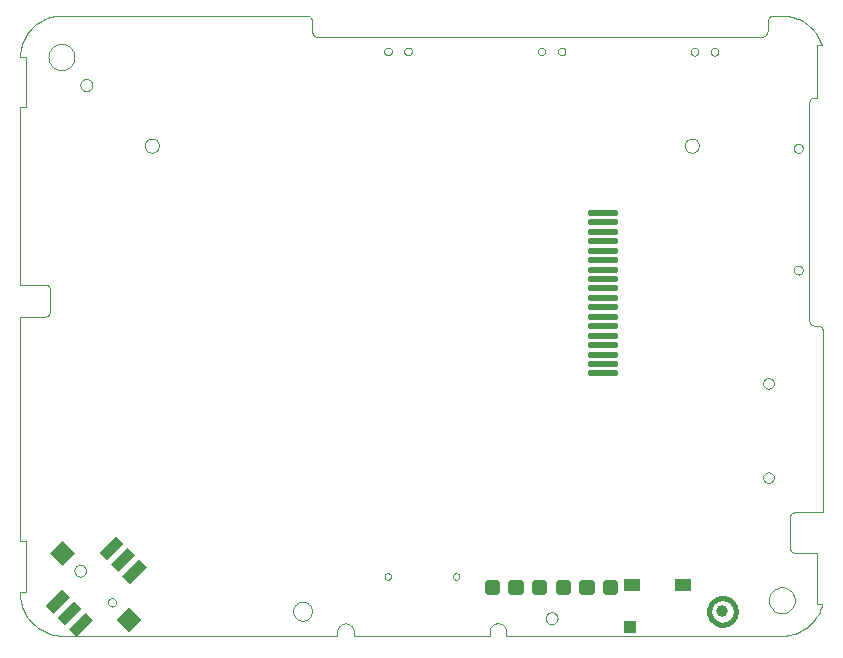
<source format=gbp>
G75*
G70*
%OFA0B0*%
%FSLAX24Y24*%
%IPPOS*%
%LPD*%
%AMOC8*
5,1,8,0,0,1.08239X$1,22.5*
%
%ADD10C,0.0000*%
%ADD11C,0.0000*%
%ADD12C,0.0250*%
%ADD13C,0.0098*%
%ADD14C,0.0394*%
%ADD15C,0.0177*%
%ADD16R,0.0433X0.0394*%
%ADD17R,0.0551X0.0394*%
%ADD18R,0.0787X0.0354*%
%ADD19R,0.0591X0.0591*%
D10*
X002032Y001497D02*
X002032Y001497D01*
X002032Y001497D01*
X002032Y001497D01*
X002032Y001497D01*
X002032Y001497D01*
X002032Y001497D01*
X002032Y001497D01*
X002032Y001497D01*
X002032Y001497D01*
X002032Y001497D01*
X011226Y001497D01*
X011226Y001497D01*
X011226Y001497D01*
X011226Y001497D01*
X011226Y001497D01*
X011226Y001497D01*
X011226Y001497D01*
X011226Y001497D01*
X011226Y001497D01*
X011226Y001497D01*
X011226Y001497D01*
X011226Y001635D01*
X011226Y001635D01*
X011226Y001635D01*
X011226Y001635D01*
X011226Y001635D01*
X011226Y001635D01*
X011226Y001635D01*
X011226Y001635D01*
X011226Y001635D01*
X011226Y001635D01*
X011226Y001635D01*
X011228Y001667D01*
X011233Y001698D01*
X011243Y001729D01*
X011255Y001758D01*
X011271Y001786D01*
X011290Y001812D01*
X011312Y001835D01*
X011337Y001856D01*
X011364Y001873D01*
X011392Y001888D01*
X011422Y001898D01*
X011453Y001906D01*
X011485Y001910D01*
X011517Y001910D01*
X011549Y001906D01*
X011580Y001898D01*
X011610Y001888D01*
X011639Y001873D01*
X011665Y001856D01*
X011690Y001835D01*
X011712Y001812D01*
X011731Y001786D01*
X011747Y001758D01*
X011759Y001729D01*
X011769Y001698D01*
X011774Y001667D01*
X011776Y001635D01*
X011776Y001635D01*
X011776Y001635D01*
X011776Y001635D01*
X011776Y001635D01*
X011776Y001635D01*
X011776Y001635D01*
X011776Y001635D01*
X011776Y001635D01*
X011776Y001635D01*
X011776Y001635D01*
X011776Y001497D01*
X011776Y001497D01*
X011776Y001497D01*
X011776Y001497D01*
X011776Y001497D01*
X011776Y001497D01*
X011776Y001497D01*
X011776Y001497D01*
X011776Y001497D01*
X011776Y001497D01*
X011776Y001497D01*
X016304Y001497D01*
X016304Y001497D01*
X016304Y001497D01*
X016304Y001497D01*
X016304Y001497D01*
X016304Y001497D01*
X016304Y001497D01*
X016304Y001497D01*
X016304Y001497D01*
X016304Y001497D01*
X016304Y001497D01*
X016304Y001635D01*
X016304Y001635D01*
X016304Y001635D01*
X016304Y001635D01*
X016304Y001635D01*
X016304Y001635D01*
X016304Y001635D01*
X016304Y001635D01*
X016304Y001635D01*
X016304Y001635D01*
X016304Y001635D01*
X016306Y001667D01*
X016311Y001699D01*
X016321Y001729D01*
X016333Y001759D01*
X016349Y001787D01*
X016369Y001812D01*
X016391Y001836D01*
X016415Y001856D01*
X016442Y001874D01*
X016471Y001888D01*
X016501Y001899D01*
X016532Y001907D01*
X016564Y001911D01*
X016596Y001911D01*
X016628Y001907D01*
X016659Y001899D01*
X016689Y001888D01*
X016718Y001874D01*
X016745Y001856D01*
X016769Y001836D01*
X016791Y001812D01*
X016811Y001787D01*
X016827Y001759D01*
X016839Y001729D01*
X016849Y001699D01*
X016854Y001667D01*
X016856Y001635D01*
X016856Y001497D01*
X016856Y001497D01*
X016856Y001497D01*
X016856Y001497D01*
X016856Y001497D01*
X016856Y001497D01*
X026048Y001497D01*
X026048Y001497D01*
X026048Y001497D01*
X026048Y001497D01*
X026048Y001497D01*
X026048Y001497D01*
X026048Y001497D01*
X026048Y001497D01*
X026048Y001497D01*
X026048Y001497D01*
X026048Y001497D01*
X025615Y002678D02*
X025617Y002719D01*
X025623Y002760D01*
X025633Y002800D01*
X025646Y002839D01*
X025663Y002876D01*
X025684Y002912D01*
X025708Y002946D01*
X025735Y002977D01*
X025764Y003005D01*
X025797Y003031D01*
X025831Y003053D01*
X025868Y003072D01*
X025906Y003087D01*
X025946Y003099D01*
X025986Y003107D01*
X026027Y003111D01*
X026069Y003111D01*
X026110Y003107D01*
X026150Y003099D01*
X026190Y003087D01*
X026228Y003072D01*
X026264Y003053D01*
X026299Y003031D01*
X026332Y003005D01*
X026361Y002977D01*
X026388Y002946D01*
X026412Y002912D01*
X026433Y002876D01*
X026450Y002839D01*
X026463Y002800D01*
X026473Y002760D01*
X026479Y002719D01*
X026481Y002678D01*
X026479Y002637D01*
X026473Y002596D01*
X026463Y002556D01*
X026450Y002517D01*
X026433Y002480D01*
X026412Y002444D01*
X026388Y002410D01*
X026361Y002379D01*
X026332Y002351D01*
X026299Y002325D01*
X026265Y002303D01*
X026228Y002284D01*
X026190Y002269D01*
X026150Y002257D01*
X026110Y002249D01*
X026069Y002245D01*
X026027Y002245D01*
X025986Y002249D01*
X025946Y002257D01*
X025906Y002269D01*
X025868Y002284D01*
X025832Y002303D01*
X025797Y002325D01*
X025764Y002351D01*
X025735Y002379D01*
X025708Y002410D01*
X025684Y002444D01*
X025663Y002480D01*
X025646Y002517D01*
X025633Y002556D01*
X025623Y002596D01*
X025617Y002637D01*
X025615Y002678D01*
X026048Y001497D02*
X026119Y001499D01*
X026191Y001504D01*
X026262Y001514D01*
X026332Y001527D01*
X026402Y001543D01*
X026470Y001563D01*
X026538Y001587D01*
X026604Y001614D01*
X026668Y001645D01*
X026731Y001678D01*
X026792Y001715D01*
X026852Y001756D01*
X026909Y001799D01*
X026963Y001845D01*
X027015Y001894D01*
X027065Y001945D01*
X027112Y001999D01*
X027156Y002056D01*
X027197Y002114D01*
X027235Y002175D01*
X027269Y002237D01*
X027301Y002301D01*
X027329Y002367D01*
X027354Y002434D01*
X027375Y002503D01*
X027392Y002572D01*
X027229Y002572D01*
X027229Y004268D01*
X026460Y004268D01*
X026460Y004268D01*
X026460Y004268D01*
X026460Y004268D01*
X026460Y004268D01*
X026460Y004268D01*
X026460Y004268D01*
X026460Y004268D01*
X026460Y004268D01*
X026460Y004268D01*
X026460Y004268D01*
X026438Y004270D01*
X026417Y004275D01*
X026397Y004283D01*
X026379Y004294D01*
X026362Y004308D01*
X026348Y004325D01*
X026337Y004343D01*
X026329Y004363D01*
X026324Y004384D01*
X026322Y004406D01*
X026322Y005469D01*
X026322Y005469D01*
X026322Y005469D01*
X026322Y005469D01*
X026322Y005469D01*
X026322Y005469D01*
X026322Y005469D01*
X026322Y005469D01*
X026322Y005469D01*
X026322Y005469D01*
X026322Y005469D01*
X026324Y005491D01*
X026329Y005512D01*
X026337Y005532D01*
X026348Y005550D01*
X026362Y005567D01*
X026379Y005581D01*
X026397Y005592D01*
X026417Y005600D01*
X026438Y005605D01*
X026460Y005607D01*
X026460Y005607D01*
X026460Y005607D01*
X026460Y005607D01*
X026460Y005607D01*
X026460Y005607D01*
X026460Y005607D01*
X026460Y005607D01*
X026460Y005607D01*
X026460Y005607D01*
X026460Y005607D01*
X027426Y005607D01*
X027426Y005607D01*
X027426Y005607D01*
X027426Y005607D01*
X027426Y005607D01*
X027426Y005607D01*
X027426Y011640D01*
X027426Y011640D01*
X027426Y011640D01*
X027426Y011640D01*
X027426Y011640D01*
X027426Y011640D01*
X027426Y011640D01*
X027426Y011640D01*
X027426Y011640D01*
X027426Y011640D01*
X027426Y011640D01*
X027424Y011666D01*
X027419Y011691D01*
X027411Y011715D01*
X027400Y011739D01*
X027385Y011760D01*
X027368Y011779D01*
X027349Y011796D01*
X027328Y011811D01*
X027304Y011822D01*
X027280Y011830D01*
X027255Y011835D01*
X027229Y011837D01*
X027229Y011837D01*
X027229Y011837D01*
X027229Y011837D01*
X027229Y011837D01*
X027229Y011837D01*
X027229Y011837D01*
X027229Y011837D01*
X027229Y011837D01*
X027229Y011837D01*
X027229Y011837D01*
X027150Y011837D01*
X027150Y011837D01*
X027150Y011837D01*
X027150Y011837D01*
X027150Y011837D01*
X027150Y011837D01*
X027150Y011837D01*
X027150Y011837D01*
X027150Y011837D01*
X027150Y011837D01*
X027150Y011837D01*
X027124Y011839D01*
X027099Y011844D01*
X027075Y011852D01*
X027051Y011863D01*
X027030Y011878D01*
X027011Y011895D01*
X026994Y011914D01*
X026979Y011935D01*
X026968Y011959D01*
X026960Y011983D01*
X026955Y012008D01*
X026953Y012034D01*
X026953Y012034D01*
X026953Y012034D01*
X026953Y012034D01*
X026953Y012034D01*
X026953Y012034D01*
X026953Y012034D01*
X026953Y012034D01*
X026953Y012034D01*
X026953Y012034D01*
X026953Y012034D01*
X026953Y019239D01*
X026953Y019239D01*
X026953Y019239D01*
X026953Y019239D01*
X026953Y019239D01*
X026953Y019239D01*
X026953Y019239D01*
X026953Y019239D01*
X026953Y019239D01*
X026953Y019239D01*
X026953Y019239D01*
X026955Y019265D01*
X026960Y019290D01*
X026968Y019314D01*
X026979Y019338D01*
X026994Y019359D01*
X027011Y019378D01*
X027030Y019395D01*
X027051Y019410D01*
X027075Y019421D01*
X027099Y019429D01*
X027124Y019434D01*
X027150Y019436D01*
X027229Y019436D01*
X027229Y021182D01*
X027368Y021182D01*
X027369Y021183D02*
X027346Y021253D01*
X027319Y021321D01*
X027289Y021388D01*
X027255Y021454D01*
X027218Y021517D01*
X027177Y021578D01*
X027134Y021638D01*
X027087Y021694D01*
X027037Y021748D01*
X026985Y021800D01*
X026929Y021848D01*
X026872Y021894D01*
X026811Y021936D01*
X026749Y021975D01*
X026685Y022011D01*
X026619Y022043D01*
X026551Y022072D01*
X026482Y022097D01*
X026411Y022118D01*
X026340Y022136D01*
X026268Y022149D01*
X026195Y022159D01*
X026122Y022165D01*
X026048Y022167D01*
X025764Y022167D01*
X025764Y022167D01*
X025764Y022167D01*
X025764Y022167D01*
X025764Y022167D01*
X025764Y022167D01*
X025764Y022167D01*
X025764Y022167D01*
X025764Y022167D01*
X025764Y022167D01*
X025764Y022167D01*
X025738Y022165D01*
X025712Y022160D01*
X025688Y022152D01*
X025664Y022140D01*
X025643Y022125D01*
X025623Y022108D01*
X025606Y022088D01*
X025592Y022066D01*
X025581Y022042D01*
X025573Y022017D01*
X025568Y021991D01*
X025567Y021965D01*
X025567Y021965D01*
X025567Y021965D01*
X025567Y021965D01*
X025567Y021965D01*
X025567Y021965D01*
X025567Y021965D01*
X025567Y021965D01*
X025567Y021965D01*
X025567Y021965D01*
X025567Y021965D01*
X025567Y021663D01*
X025567Y021663D01*
X025567Y021663D01*
X025567Y021663D01*
X025567Y021663D01*
X025567Y021663D01*
X025567Y021663D01*
X025567Y021663D01*
X025567Y021663D01*
X025567Y021663D01*
X025567Y021663D01*
X025566Y021637D01*
X025561Y021611D01*
X025553Y021586D01*
X025542Y021562D01*
X025528Y021540D01*
X025511Y021520D01*
X025491Y021502D01*
X025470Y021487D01*
X025447Y021475D01*
X025422Y021466D01*
X025396Y021460D01*
X025370Y021458D01*
X010583Y021458D01*
X010583Y021458D01*
X010583Y021458D01*
X010583Y021458D01*
X010583Y021458D01*
X010583Y021458D01*
X010583Y021458D01*
X010583Y021458D01*
X010583Y021458D01*
X010583Y021458D01*
X010583Y021458D01*
X010557Y021460D01*
X010532Y021465D01*
X010508Y021473D01*
X010484Y021484D01*
X010463Y021499D01*
X010444Y021516D01*
X010427Y021535D01*
X010412Y021556D01*
X010401Y021580D01*
X010393Y021604D01*
X010388Y021629D01*
X010386Y021655D01*
X010387Y021655D02*
X010387Y021970D01*
X010387Y021970D01*
X010387Y021970D01*
X010387Y021970D01*
X010387Y021970D01*
X010387Y021970D01*
X010387Y021970D01*
X010387Y021970D01*
X010387Y021970D01*
X010387Y021970D01*
X010387Y021970D01*
X010385Y021996D01*
X010380Y022021D01*
X010372Y022045D01*
X010361Y022069D01*
X010346Y022090D01*
X010329Y022109D01*
X010310Y022126D01*
X010289Y022141D01*
X010265Y022152D01*
X010241Y022160D01*
X010216Y022165D01*
X010190Y022167D01*
X001926Y022167D01*
X001924Y022167D01*
X002032Y022167D02*
X002032Y022167D01*
X002032Y022167D01*
X002032Y022167D01*
X002032Y022167D01*
X002032Y022167D01*
X002032Y022167D01*
X002032Y022167D01*
X002032Y022167D01*
X002032Y022167D01*
X002032Y022167D01*
X001599Y020789D02*
X001601Y020830D01*
X001607Y020871D01*
X001617Y020911D01*
X001630Y020950D01*
X001647Y020987D01*
X001668Y021023D01*
X001692Y021057D01*
X001719Y021088D01*
X001748Y021116D01*
X001781Y021142D01*
X001815Y021164D01*
X001852Y021183D01*
X001890Y021198D01*
X001930Y021210D01*
X001970Y021218D01*
X002011Y021222D01*
X002053Y021222D01*
X002094Y021218D01*
X002134Y021210D01*
X002174Y021198D01*
X002212Y021183D01*
X002248Y021164D01*
X002283Y021142D01*
X002316Y021116D01*
X002345Y021088D01*
X002372Y021057D01*
X002396Y021023D01*
X002417Y020987D01*
X002434Y020950D01*
X002447Y020911D01*
X002457Y020871D01*
X002463Y020830D01*
X002465Y020789D01*
X002463Y020748D01*
X002457Y020707D01*
X002447Y020667D01*
X002434Y020628D01*
X002417Y020591D01*
X002396Y020555D01*
X002372Y020521D01*
X002345Y020490D01*
X002316Y020462D01*
X002283Y020436D01*
X002249Y020414D01*
X002212Y020395D01*
X002174Y020380D01*
X002134Y020368D01*
X002094Y020360D01*
X002053Y020356D01*
X002011Y020356D01*
X001970Y020360D01*
X001930Y020368D01*
X001890Y020380D01*
X001852Y020395D01*
X001816Y020414D01*
X001781Y020436D01*
X001748Y020462D01*
X001719Y020490D01*
X001692Y020521D01*
X001668Y020555D01*
X001647Y020591D01*
X001630Y020628D01*
X001617Y020667D01*
X001607Y020707D01*
X001601Y020748D01*
X001599Y020789D01*
X000654Y020789D02*
X000656Y020863D01*
X000662Y020936D01*
X000672Y021009D01*
X000686Y021081D01*
X000703Y021153D01*
X000725Y021223D01*
X000750Y021292D01*
X000778Y021360D01*
X000811Y021426D01*
X000846Y021490D01*
X000885Y021553D01*
X000928Y021613D01*
X000973Y021671D01*
X001022Y021726D01*
X001073Y021779D01*
X001127Y021829D01*
X001183Y021876D01*
X001242Y021920D01*
X001304Y021960D01*
X001367Y021998D01*
X001432Y022032D01*
X001499Y022062D01*
X001568Y022089D01*
X001638Y022112D01*
X001708Y022132D01*
X001780Y022147D01*
X001853Y022159D01*
X001926Y022167D01*
X000851Y020789D02*
X000654Y020789D01*
X000654Y020789D01*
X000851Y020789D02*
X000851Y020789D01*
X000851Y020789D01*
X000851Y020789D01*
X000851Y020789D01*
X000851Y020789D01*
X000851Y019107D01*
X000851Y019107D01*
X000851Y019107D01*
X000851Y019107D01*
X000851Y019107D01*
X000851Y019107D01*
X000654Y019107D01*
X000654Y013202D01*
X000654Y013202D01*
X000654Y013202D01*
X000654Y013202D01*
X000654Y013202D01*
X000654Y013202D01*
X001500Y013202D01*
X001500Y013202D01*
X001500Y013202D01*
X001500Y013202D01*
X001500Y013202D01*
X001500Y013202D01*
X001500Y013202D01*
X001500Y013202D01*
X001500Y013202D01*
X001500Y013202D01*
X001500Y013202D01*
X001522Y013200D01*
X001543Y013195D01*
X001563Y013187D01*
X001581Y013176D01*
X001598Y013162D01*
X001612Y013145D01*
X001623Y013127D01*
X001631Y013107D01*
X001636Y013086D01*
X001638Y013064D01*
X001638Y012277D01*
X001638Y012277D01*
X001638Y012277D01*
X001638Y012277D01*
X001638Y012277D01*
X001638Y012277D01*
X001638Y012277D01*
X001638Y012277D01*
X001638Y012277D01*
X001638Y012277D01*
X001638Y012277D01*
X001636Y012255D01*
X001631Y012234D01*
X001623Y012214D01*
X001612Y012196D01*
X001598Y012179D01*
X001581Y012165D01*
X001563Y012154D01*
X001543Y012146D01*
X001522Y012141D01*
X001500Y012139D01*
X000654Y012139D01*
X000654Y012139D01*
X000654Y012139D01*
X000654Y012139D01*
X000654Y012139D01*
X000654Y012139D01*
X000654Y004647D01*
X000851Y004647D01*
X000851Y002966D01*
X000654Y002966D01*
X000654Y002965D02*
X000653Y002891D01*
X000657Y002816D01*
X000665Y002742D01*
X000676Y002669D01*
X000691Y002596D01*
X000710Y002524D01*
X000733Y002453D01*
X000760Y002383D01*
X000790Y002315D01*
X000823Y002249D01*
X000860Y002184D01*
X000900Y002121D01*
X000944Y002061D01*
X000991Y002003D01*
X001040Y001947D01*
X001092Y001894D01*
X001148Y001844D01*
X001205Y001797D01*
X001265Y001752D01*
X001327Y001712D01*
X001392Y001674D01*
X001458Y001640D01*
X001526Y001609D01*
X001595Y001582D01*
X001666Y001558D01*
X001737Y001538D01*
X001810Y001522D01*
X001884Y001510D01*
X001958Y001501D01*
X002032Y001497D01*
X016856Y001497D02*
X016856Y001497D01*
X016856Y001497D01*
X016856Y001497D01*
X016856Y001497D01*
X016856Y001497D01*
X016856Y001635D02*
X016856Y001635D01*
X016856Y001635D01*
X016856Y001635D01*
X016856Y001635D01*
X016856Y001635D01*
X016856Y001635D01*
X016856Y001635D01*
X016856Y001635D01*
X016856Y001635D01*
X016856Y001635D01*
X018175Y002083D02*
X018177Y002110D01*
X018183Y002137D01*
X018192Y002163D01*
X018205Y002187D01*
X018221Y002210D01*
X018240Y002229D01*
X018262Y002246D01*
X018286Y002260D01*
X018311Y002270D01*
X018338Y002277D01*
X018365Y002280D01*
X018393Y002279D01*
X018420Y002274D01*
X018446Y002266D01*
X018470Y002254D01*
X018493Y002238D01*
X018514Y002220D01*
X018531Y002199D01*
X018546Y002175D01*
X018557Y002150D01*
X018565Y002124D01*
X018569Y002097D01*
X018569Y002069D01*
X018565Y002042D01*
X018557Y002016D01*
X018546Y001991D01*
X018531Y001967D01*
X018514Y001946D01*
X018493Y001928D01*
X018471Y001912D01*
X018446Y001900D01*
X018420Y001892D01*
X018393Y001887D01*
X018365Y001886D01*
X018338Y001889D01*
X018311Y001896D01*
X018286Y001906D01*
X018262Y001920D01*
X018240Y001937D01*
X018221Y001956D01*
X018205Y001979D01*
X018192Y002003D01*
X018183Y002029D01*
X018177Y002056D01*
X018175Y002083D01*
X026322Y004406D02*
X026322Y004406D01*
X026322Y004406D01*
X026322Y004406D01*
X026322Y004406D01*
X026322Y004406D01*
X026322Y004406D01*
X026322Y004406D01*
X026322Y004406D01*
X026322Y004406D01*
X026322Y004406D01*
X027426Y005607D02*
X027426Y005607D01*
X027426Y005607D01*
X027426Y005607D01*
X027426Y005607D01*
X027426Y005607D01*
X001500Y012139D02*
X001500Y012139D01*
X001500Y012139D01*
X001500Y012139D01*
X001500Y012139D01*
X001500Y012139D01*
X001500Y012139D01*
X001500Y012139D01*
X001500Y012139D01*
X001500Y012139D01*
X001500Y012139D01*
X000654Y012139D02*
X000654Y012139D01*
X000654Y012139D01*
X000654Y012139D01*
X000654Y012139D01*
X000654Y012139D01*
X000654Y013202D02*
X000654Y013202D01*
X000654Y013202D01*
X000654Y013202D01*
X000654Y013202D01*
X000654Y013202D01*
X001638Y013064D02*
X001638Y013064D01*
X001638Y013064D01*
X001638Y013064D01*
X001638Y013064D01*
X001638Y013064D01*
X001638Y013064D01*
X001638Y013064D01*
X001638Y013064D01*
X001638Y013064D01*
X001638Y013064D01*
X000851Y019107D02*
X000851Y019107D01*
X000851Y019107D01*
X000851Y019107D01*
X000851Y019107D01*
X000851Y019107D01*
X002663Y019853D02*
X002665Y019880D01*
X002671Y019907D01*
X002680Y019933D01*
X002693Y019957D01*
X002709Y019980D01*
X002728Y019999D01*
X002750Y020016D01*
X002774Y020030D01*
X002799Y020040D01*
X002826Y020047D01*
X002853Y020050D01*
X002881Y020049D01*
X002908Y020044D01*
X002934Y020036D01*
X002958Y020024D01*
X002981Y020008D01*
X003002Y019990D01*
X003019Y019969D01*
X003034Y019945D01*
X003045Y019920D01*
X003053Y019894D01*
X003057Y019867D01*
X003057Y019839D01*
X003053Y019812D01*
X003045Y019786D01*
X003034Y019761D01*
X003019Y019737D01*
X003002Y019716D01*
X002981Y019698D01*
X002959Y019682D01*
X002934Y019670D01*
X002908Y019662D01*
X002881Y019657D01*
X002853Y019656D01*
X002826Y019659D01*
X002799Y019666D01*
X002774Y019676D01*
X002750Y019690D01*
X002728Y019707D01*
X002709Y019726D01*
X002693Y019749D01*
X002680Y019773D01*
X002671Y019799D01*
X002665Y019826D01*
X002663Y019853D01*
X000851Y020789D02*
X000851Y020789D01*
X000851Y020789D01*
X000851Y020789D01*
X000851Y020789D01*
X000851Y020789D01*
X010190Y022167D02*
X010190Y022167D01*
X010190Y022167D01*
X010190Y022167D01*
X010190Y022167D01*
X010190Y022167D01*
X010190Y022167D01*
X010190Y022167D01*
X010190Y022167D01*
X010190Y022167D01*
X010190Y022167D01*
X010387Y021655D02*
X010387Y021655D01*
X010387Y021655D01*
X010387Y021655D01*
X010387Y021655D01*
X010387Y021655D01*
X010387Y021655D01*
X010387Y021655D01*
X010387Y021655D01*
X010387Y021655D01*
X010387Y021655D01*
X025370Y021458D02*
X025370Y021458D01*
X025370Y021458D01*
X025370Y021458D01*
X025370Y021458D01*
X025370Y021458D01*
X025370Y021458D01*
X025370Y021458D01*
X025370Y021458D01*
X025370Y021458D01*
X025370Y021458D01*
X026048Y022167D02*
X026048Y022167D01*
X026048Y022167D01*
X026048Y022167D01*
X026048Y022167D01*
X026048Y022167D01*
X026048Y022167D01*
X026048Y022167D01*
X026048Y022167D01*
X026048Y022167D01*
X026048Y022167D01*
X027150Y019436D02*
X027150Y019436D01*
X027150Y019436D01*
X027150Y019436D01*
X027150Y019436D01*
X027150Y019436D01*
X027150Y019436D01*
X027150Y019436D01*
X027150Y019436D01*
X027150Y019436D01*
X027150Y019436D01*
D11*
X023674Y020965D02*
X023676Y020987D01*
X023682Y021009D01*
X023691Y021029D01*
X023704Y021047D01*
X023720Y021063D01*
X023738Y021076D01*
X023758Y021085D01*
X023780Y021091D01*
X023802Y021093D01*
X023824Y021091D01*
X023846Y021085D01*
X023866Y021076D01*
X023884Y021063D01*
X023900Y021047D01*
X023913Y021029D01*
X023922Y021009D01*
X023928Y020987D01*
X023930Y020965D01*
X023928Y020943D01*
X023922Y020921D01*
X023913Y020901D01*
X023900Y020883D01*
X023884Y020867D01*
X023866Y020854D01*
X023846Y020845D01*
X023824Y020839D01*
X023802Y020837D01*
X023780Y020839D01*
X023758Y020845D01*
X023738Y020854D01*
X023720Y020867D01*
X023704Y020883D01*
X023691Y020901D01*
X023682Y020921D01*
X023676Y020943D01*
X023674Y020965D01*
X023005Y020965D02*
X023007Y020987D01*
X023013Y021009D01*
X023022Y021029D01*
X023035Y021047D01*
X023051Y021063D01*
X023069Y021076D01*
X023089Y021085D01*
X023111Y021091D01*
X023133Y021093D01*
X023155Y021091D01*
X023177Y021085D01*
X023197Y021076D01*
X023215Y021063D01*
X023231Y021047D01*
X023244Y021029D01*
X023253Y021009D01*
X023259Y020987D01*
X023261Y020965D01*
X023259Y020943D01*
X023253Y020921D01*
X023244Y020901D01*
X023231Y020883D01*
X023215Y020867D01*
X023197Y020854D01*
X023177Y020845D01*
X023155Y020839D01*
X023133Y020837D01*
X023111Y020839D01*
X023089Y020845D01*
X023069Y020854D01*
X023051Y020867D01*
X023035Y020883D01*
X023022Y020901D01*
X023013Y020921D01*
X023007Y020943D01*
X023005Y020965D01*
X018576Y020974D02*
X018578Y020996D01*
X018584Y021018D01*
X018593Y021038D01*
X018606Y021056D01*
X018622Y021072D01*
X018640Y021085D01*
X018660Y021094D01*
X018682Y021100D01*
X018704Y021102D01*
X018726Y021100D01*
X018748Y021094D01*
X018768Y021085D01*
X018786Y021072D01*
X018802Y021056D01*
X018815Y021038D01*
X018824Y021018D01*
X018830Y020996D01*
X018832Y020974D01*
X018830Y020952D01*
X018824Y020930D01*
X018815Y020910D01*
X018802Y020892D01*
X018786Y020876D01*
X018768Y020863D01*
X018748Y020854D01*
X018726Y020848D01*
X018704Y020846D01*
X018682Y020848D01*
X018660Y020854D01*
X018640Y020863D01*
X018622Y020876D01*
X018606Y020892D01*
X018593Y020910D01*
X018584Y020930D01*
X018578Y020952D01*
X018576Y020974D01*
X017907Y020974D02*
X017909Y020996D01*
X017915Y021018D01*
X017924Y021038D01*
X017937Y021056D01*
X017953Y021072D01*
X017971Y021085D01*
X017991Y021094D01*
X018013Y021100D01*
X018035Y021102D01*
X018057Y021100D01*
X018079Y021094D01*
X018099Y021085D01*
X018117Y021072D01*
X018133Y021056D01*
X018146Y021038D01*
X018155Y021018D01*
X018161Y020996D01*
X018163Y020974D01*
X018161Y020952D01*
X018155Y020930D01*
X018146Y020910D01*
X018133Y020892D01*
X018117Y020876D01*
X018099Y020863D01*
X018079Y020854D01*
X018057Y020848D01*
X018035Y020846D01*
X018013Y020848D01*
X017991Y020854D01*
X017971Y020863D01*
X017953Y020876D01*
X017937Y020892D01*
X017924Y020910D01*
X017915Y020930D01*
X017909Y020952D01*
X017907Y020974D01*
X013458Y020976D02*
X013460Y020998D01*
X013466Y021020D01*
X013475Y021040D01*
X013488Y021058D01*
X013504Y021074D01*
X013522Y021087D01*
X013542Y021096D01*
X013564Y021102D01*
X013586Y021104D01*
X013608Y021102D01*
X013630Y021096D01*
X013650Y021087D01*
X013668Y021074D01*
X013684Y021058D01*
X013697Y021040D01*
X013706Y021020D01*
X013712Y020998D01*
X013714Y020976D01*
X013712Y020954D01*
X013706Y020932D01*
X013697Y020912D01*
X013684Y020894D01*
X013668Y020878D01*
X013650Y020865D01*
X013630Y020856D01*
X013608Y020850D01*
X013586Y020848D01*
X013564Y020850D01*
X013542Y020856D01*
X013522Y020865D01*
X013504Y020878D01*
X013488Y020894D01*
X013475Y020912D01*
X013466Y020932D01*
X013460Y020954D01*
X013458Y020976D01*
X012788Y020976D02*
X012790Y020998D01*
X012796Y021020D01*
X012805Y021040D01*
X012818Y021058D01*
X012834Y021074D01*
X012852Y021087D01*
X012872Y021096D01*
X012894Y021102D01*
X012916Y021104D01*
X012938Y021102D01*
X012960Y021096D01*
X012980Y021087D01*
X012998Y021074D01*
X013014Y021058D01*
X013027Y021040D01*
X013036Y021020D01*
X013042Y020998D01*
X013044Y020976D01*
X013042Y020954D01*
X013036Y020932D01*
X013027Y020912D01*
X013014Y020894D01*
X012998Y020878D01*
X012980Y020865D01*
X012960Y020856D01*
X012938Y020850D01*
X012916Y020848D01*
X012894Y020850D01*
X012872Y020856D01*
X012852Y020865D01*
X012834Y020878D01*
X012818Y020894D01*
X012805Y020912D01*
X012796Y020932D01*
X012790Y020954D01*
X012788Y020976D01*
X004806Y017834D02*
X004808Y017864D01*
X004814Y017894D01*
X004823Y017923D01*
X004836Y017950D01*
X004853Y017975D01*
X004872Y017998D01*
X004895Y018019D01*
X004920Y018036D01*
X004946Y018050D01*
X004975Y018060D01*
X005004Y018067D01*
X005034Y018070D01*
X005065Y018069D01*
X005095Y018064D01*
X005124Y018055D01*
X005151Y018043D01*
X005177Y018028D01*
X005201Y018009D01*
X005222Y017987D01*
X005240Y017963D01*
X005255Y017936D01*
X005266Y017908D01*
X005274Y017879D01*
X005278Y017849D01*
X005278Y017819D01*
X005274Y017789D01*
X005266Y017760D01*
X005255Y017732D01*
X005240Y017705D01*
X005222Y017681D01*
X005201Y017659D01*
X005177Y017640D01*
X005151Y017625D01*
X005124Y017613D01*
X005095Y017604D01*
X005065Y017599D01*
X005034Y017598D01*
X005004Y017601D01*
X004975Y017608D01*
X004946Y017618D01*
X004920Y017632D01*
X004895Y017649D01*
X004872Y017670D01*
X004853Y017693D01*
X004836Y017718D01*
X004823Y017745D01*
X004814Y017774D01*
X004808Y017804D01*
X004806Y017834D01*
X022806Y017834D02*
X022808Y017864D01*
X022814Y017894D01*
X022823Y017923D01*
X022836Y017950D01*
X022853Y017975D01*
X022872Y017998D01*
X022895Y018019D01*
X022920Y018036D01*
X022946Y018050D01*
X022975Y018060D01*
X023004Y018067D01*
X023034Y018070D01*
X023065Y018069D01*
X023095Y018064D01*
X023124Y018055D01*
X023151Y018043D01*
X023177Y018028D01*
X023201Y018009D01*
X023222Y017987D01*
X023240Y017963D01*
X023255Y017936D01*
X023266Y017908D01*
X023274Y017879D01*
X023278Y017849D01*
X023278Y017819D01*
X023274Y017789D01*
X023266Y017760D01*
X023255Y017732D01*
X023240Y017705D01*
X023222Y017681D01*
X023201Y017659D01*
X023177Y017640D01*
X023151Y017625D01*
X023124Y017613D01*
X023095Y017604D01*
X023065Y017599D01*
X023034Y017598D01*
X023004Y017601D01*
X022975Y017608D01*
X022946Y017618D01*
X022920Y017632D01*
X022895Y017649D01*
X022872Y017670D01*
X022853Y017693D01*
X022836Y017718D01*
X022823Y017745D01*
X022814Y017774D01*
X022808Y017804D01*
X022806Y017834D01*
X026448Y017742D02*
X026450Y017766D01*
X026456Y017789D01*
X026465Y017811D01*
X026478Y017831D01*
X026493Y017849D01*
X026512Y017864D01*
X026533Y017876D01*
X026555Y017884D01*
X026578Y017889D01*
X026602Y017890D01*
X026626Y017887D01*
X026648Y017880D01*
X026670Y017870D01*
X026690Y017857D01*
X026707Y017840D01*
X026721Y017821D01*
X026732Y017800D01*
X026740Y017777D01*
X026744Y017754D01*
X026744Y017730D01*
X026740Y017707D01*
X026732Y017684D01*
X026721Y017663D01*
X026707Y017644D01*
X026690Y017627D01*
X026670Y017614D01*
X026648Y017604D01*
X026626Y017597D01*
X026602Y017594D01*
X026578Y017595D01*
X026555Y017600D01*
X026533Y017608D01*
X026512Y017620D01*
X026493Y017635D01*
X026478Y017653D01*
X026465Y017673D01*
X026456Y017695D01*
X026450Y017718D01*
X026448Y017742D01*
X026448Y013687D02*
X026450Y013711D01*
X026456Y013734D01*
X026465Y013756D01*
X026478Y013776D01*
X026493Y013794D01*
X026512Y013809D01*
X026533Y013821D01*
X026555Y013829D01*
X026578Y013834D01*
X026602Y013835D01*
X026626Y013832D01*
X026648Y013825D01*
X026670Y013815D01*
X026690Y013802D01*
X026707Y013785D01*
X026721Y013766D01*
X026732Y013745D01*
X026740Y013722D01*
X026744Y013699D01*
X026744Y013675D01*
X026740Y013652D01*
X026732Y013629D01*
X026721Y013608D01*
X026707Y013589D01*
X026690Y013572D01*
X026670Y013559D01*
X026648Y013549D01*
X026626Y013542D01*
X026602Y013539D01*
X026578Y013540D01*
X026555Y013545D01*
X026533Y013553D01*
X026512Y013565D01*
X026493Y013580D01*
X026478Y013598D01*
X026465Y013618D01*
X026456Y013640D01*
X026450Y013663D01*
X026448Y013687D01*
X025424Y009916D02*
X025426Y009942D01*
X025432Y009968D01*
X025442Y009993D01*
X025455Y010016D01*
X025471Y010036D01*
X025491Y010054D01*
X025513Y010069D01*
X025536Y010081D01*
X025562Y010089D01*
X025588Y010093D01*
X025614Y010093D01*
X025640Y010089D01*
X025666Y010081D01*
X025690Y010069D01*
X025711Y010054D01*
X025731Y010036D01*
X025747Y010016D01*
X025760Y009993D01*
X025770Y009968D01*
X025776Y009942D01*
X025778Y009916D01*
X025776Y009890D01*
X025770Y009864D01*
X025760Y009839D01*
X025747Y009816D01*
X025731Y009796D01*
X025711Y009778D01*
X025689Y009763D01*
X025666Y009751D01*
X025640Y009743D01*
X025614Y009739D01*
X025588Y009739D01*
X025562Y009743D01*
X025536Y009751D01*
X025512Y009763D01*
X025491Y009778D01*
X025471Y009796D01*
X025455Y009816D01*
X025442Y009839D01*
X025432Y009864D01*
X025426Y009890D01*
X025424Y009916D01*
X025424Y006766D02*
X025426Y006792D01*
X025432Y006818D01*
X025442Y006843D01*
X025455Y006866D01*
X025471Y006886D01*
X025491Y006904D01*
X025513Y006919D01*
X025536Y006931D01*
X025562Y006939D01*
X025588Y006943D01*
X025614Y006943D01*
X025640Y006939D01*
X025666Y006931D01*
X025690Y006919D01*
X025711Y006904D01*
X025731Y006886D01*
X025747Y006866D01*
X025760Y006843D01*
X025770Y006818D01*
X025776Y006792D01*
X025778Y006766D01*
X025776Y006740D01*
X025770Y006714D01*
X025760Y006689D01*
X025747Y006666D01*
X025731Y006646D01*
X025711Y006628D01*
X025689Y006613D01*
X025666Y006601D01*
X025640Y006593D01*
X025614Y006589D01*
X025588Y006589D01*
X025562Y006593D01*
X025536Y006601D01*
X025512Y006613D01*
X025491Y006628D01*
X025471Y006646D01*
X025455Y006666D01*
X025442Y006689D01*
X025432Y006714D01*
X025426Y006740D01*
X025424Y006766D01*
X015077Y003475D02*
X015079Y003495D01*
X015085Y003515D01*
X015094Y003533D01*
X015107Y003550D01*
X015122Y003563D01*
X015140Y003573D01*
X015160Y003580D01*
X015180Y003583D01*
X015200Y003582D01*
X015220Y003577D01*
X015239Y003569D01*
X015256Y003557D01*
X015270Y003542D01*
X015281Y003524D01*
X015289Y003505D01*
X015293Y003485D01*
X015293Y003465D01*
X015289Y003445D01*
X015281Y003426D01*
X015270Y003408D01*
X015256Y003393D01*
X015239Y003381D01*
X015220Y003373D01*
X015200Y003368D01*
X015180Y003367D01*
X015160Y003370D01*
X015140Y003377D01*
X015122Y003387D01*
X015107Y003400D01*
X015094Y003417D01*
X015085Y003435D01*
X015079Y003455D01*
X015077Y003475D01*
X012801Y003475D02*
X012803Y003495D01*
X012809Y003515D01*
X012818Y003533D01*
X012831Y003550D01*
X012846Y003563D01*
X012864Y003573D01*
X012884Y003580D01*
X012904Y003583D01*
X012924Y003582D01*
X012944Y003577D01*
X012963Y003569D01*
X012980Y003557D01*
X012994Y003542D01*
X013005Y003524D01*
X013013Y003505D01*
X013017Y003485D01*
X013017Y003465D01*
X013013Y003445D01*
X013005Y003426D01*
X012994Y003408D01*
X012980Y003393D01*
X012963Y003381D01*
X012944Y003373D01*
X012924Y003368D01*
X012904Y003367D01*
X012884Y003370D01*
X012864Y003377D01*
X012846Y003387D01*
X012831Y003400D01*
X012818Y003417D01*
X012809Y003435D01*
X012803Y003455D01*
X012801Y003475D01*
X009753Y002315D02*
X009755Y002350D01*
X009761Y002385D01*
X009771Y002419D01*
X009784Y002452D01*
X009801Y002483D01*
X009822Y002511D01*
X009845Y002538D01*
X009872Y002561D01*
X009900Y002582D01*
X009931Y002599D01*
X009964Y002612D01*
X009998Y002622D01*
X010033Y002628D01*
X010068Y002630D01*
X010103Y002628D01*
X010138Y002622D01*
X010172Y002612D01*
X010205Y002599D01*
X010236Y002582D01*
X010264Y002561D01*
X010291Y002538D01*
X010314Y002511D01*
X010335Y002483D01*
X010352Y002452D01*
X010365Y002419D01*
X010375Y002385D01*
X010381Y002350D01*
X010383Y002315D01*
X010381Y002280D01*
X010375Y002245D01*
X010365Y002211D01*
X010352Y002178D01*
X010335Y002147D01*
X010314Y002119D01*
X010291Y002092D01*
X010264Y002069D01*
X010236Y002048D01*
X010205Y002031D01*
X010172Y002018D01*
X010138Y002008D01*
X010103Y002002D01*
X010068Y002000D01*
X010033Y002002D01*
X009998Y002008D01*
X009964Y002018D01*
X009931Y002031D01*
X009900Y002048D01*
X009872Y002069D01*
X009845Y002092D01*
X009822Y002119D01*
X009801Y002147D01*
X009784Y002178D01*
X009771Y002211D01*
X009761Y002245D01*
X009755Y002280D01*
X009753Y002315D01*
X003577Y002611D02*
X003579Y002634D01*
X003585Y002657D01*
X003595Y002678D01*
X003608Y002698D01*
X003624Y002715D01*
X003643Y002729D01*
X003664Y002739D01*
X003686Y002746D01*
X003709Y002749D01*
X003733Y002748D01*
X003755Y002743D01*
X003777Y002734D01*
X003797Y002722D01*
X003815Y002706D01*
X003829Y002688D01*
X003841Y002668D01*
X003849Y002646D01*
X003853Y002623D01*
X003853Y002599D01*
X003849Y002576D01*
X003841Y002554D01*
X003829Y002534D01*
X003815Y002516D01*
X003797Y002500D01*
X003777Y002488D01*
X003755Y002479D01*
X003733Y002474D01*
X003709Y002473D01*
X003686Y002476D01*
X003664Y002483D01*
X003643Y002493D01*
X003624Y002507D01*
X003608Y002524D01*
X003595Y002544D01*
X003585Y002565D01*
X003579Y002588D01*
X003577Y002611D01*
X002460Y003669D02*
X002462Y003696D01*
X002468Y003723D01*
X002477Y003749D01*
X002490Y003773D01*
X002506Y003796D01*
X002525Y003815D01*
X002547Y003832D01*
X002571Y003846D01*
X002596Y003856D01*
X002623Y003863D01*
X002650Y003866D01*
X002678Y003865D01*
X002705Y003860D01*
X002731Y003852D01*
X002755Y003840D01*
X002778Y003824D01*
X002799Y003806D01*
X002816Y003785D01*
X002831Y003761D01*
X002842Y003736D01*
X002850Y003710D01*
X002854Y003683D01*
X002854Y003655D01*
X002850Y003628D01*
X002842Y003602D01*
X002831Y003577D01*
X002816Y003553D01*
X002799Y003532D01*
X002778Y003514D01*
X002756Y003498D01*
X002731Y003486D01*
X002705Y003478D01*
X002678Y003473D01*
X002650Y003472D01*
X002623Y003475D01*
X002596Y003482D01*
X002571Y003492D01*
X002547Y003506D01*
X002525Y003523D01*
X002506Y003542D01*
X002490Y003565D01*
X002477Y003589D01*
X002468Y003615D01*
X002462Y003642D01*
X002460Y003669D01*
D12*
X016522Y003237D02*
X016522Y002987D01*
X016272Y002987D01*
X016272Y003237D01*
X016522Y003237D01*
X016522Y003236D02*
X016272Y003236D01*
X017309Y003237D02*
X017309Y002987D01*
X017059Y002987D01*
X017059Y003237D01*
X017309Y003237D01*
X017309Y003236D02*
X017059Y003236D01*
X018097Y003237D02*
X018097Y002987D01*
X017847Y002987D01*
X017847Y003237D01*
X018097Y003237D01*
X018097Y003236D02*
X017847Y003236D01*
X018884Y003237D02*
X018884Y002987D01*
X018634Y002987D01*
X018634Y003237D01*
X018884Y003237D01*
X018884Y003236D02*
X018634Y003236D01*
X019672Y003237D02*
X019672Y002987D01*
X019422Y002987D01*
X019422Y003237D01*
X019672Y003237D01*
X019672Y003236D02*
X019422Y003236D01*
X020459Y003237D02*
X020459Y002987D01*
X020209Y002987D01*
X020209Y003237D01*
X020459Y003237D01*
X020459Y003236D02*
X020209Y003236D01*
D13*
X020509Y010209D02*
X019623Y010209D01*
X019623Y010307D01*
X020509Y010307D01*
X020509Y010209D01*
X020509Y010306D02*
X019623Y010306D01*
X019623Y010524D02*
X020509Y010524D01*
X019623Y010524D02*
X019623Y010622D01*
X020509Y010622D01*
X020509Y010524D01*
X020509Y010621D02*
X019623Y010621D01*
X019623Y010839D02*
X020509Y010839D01*
X019623Y010839D02*
X019623Y010937D01*
X020509Y010937D01*
X020509Y010839D01*
X020509Y010936D02*
X019623Y010936D01*
X019623Y011154D02*
X020509Y011154D01*
X019623Y011154D02*
X019623Y011252D01*
X020509Y011252D01*
X020509Y011154D01*
X020509Y011251D02*
X019623Y011251D01*
X019623Y011469D02*
X020509Y011469D01*
X019623Y011469D02*
X019623Y011567D01*
X020509Y011567D01*
X020509Y011469D01*
X020509Y011566D02*
X019623Y011566D01*
X019623Y011783D02*
X020509Y011783D01*
X019623Y011783D02*
X019623Y011881D01*
X020509Y011881D01*
X020509Y011783D01*
X020509Y011880D02*
X019623Y011880D01*
X019623Y012098D02*
X020509Y012098D01*
X019623Y012098D02*
X019623Y012196D01*
X020509Y012196D01*
X020509Y012098D01*
X020509Y012195D02*
X019623Y012195D01*
X019623Y012413D02*
X020509Y012413D01*
X019623Y012413D02*
X019623Y012511D01*
X020509Y012511D01*
X020509Y012413D01*
X020509Y012510D02*
X019623Y012510D01*
X019623Y012728D02*
X020509Y012728D01*
X019623Y012728D02*
X019623Y012826D01*
X020509Y012826D01*
X020509Y012728D01*
X020509Y012825D02*
X019623Y012825D01*
X019623Y013043D02*
X020509Y013043D01*
X019623Y013043D02*
X019623Y013141D01*
X020509Y013141D01*
X020509Y013043D01*
X020509Y013140D02*
X019623Y013140D01*
X019623Y013358D02*
X020509Y013358D01*
X019623Y013358D02*
X019623Y013456D01*
X020509Y013456D01*
X020509Y013358D01*
X020509Y013455D02*
X019623Y013455D01*
X019623Y013673D02*
X020509Y013673D01*
X019623Y013673D02*
X019623Y013771D01*
X020509Y013771D01*
X020509Y013673D01*
X020509Y013770D02*
X019623Y013770D01*
X019623Y013988D02*
X020509Y013988D01*
X019623Y013988D02*
X019623Y014086D01*
X020509Y014086D01*
X020509Y013988D01*
X020509Y014085D02*
X019623Y014085D01*
X019623Y014303D02*
X020509Y014303D01*
X019623Y014303D02*
X019623Y014401D01*
X020509Y014401D01*
X020509Y014303D01*
X020509Y014400D02*
X019623Y014400D01*
X019623Y014618D02*
X020509Y014618D01*
X019623Y014618D02*
X019623Y014716D01*
X020509Y014716D01*
X020509Y014618D01*
X020509Y014715D02*
X019623Y014715D01*
X019623Y014933D02*
X020509Y014933D01*
X019623Y014933D02*
X019623Y015031D01*
X020509Y015031D01*
X020509Y014933D01*
X020509Y015030D02*
X019623Y015030D01*
X019623Y015248D02*
X020509Y015248D01*
X019623Y015248D02*
X019623Y015346D01*
X020509Y015346D01*
X020509Y015248D01*
X020509Y015345D02*
X019623Y015345D01*
X019623Y015563D02*
X020509Y015563D01*
X019623Y015563D02*
X019623Y015661D01*
X020509Y015661D01*
X020509Y015563D01*
X020509Y015660D02*
X019623Y015660D01*
D14*
X024063Y002309D03*
D15*
X023620Y002309D02*
X023622Y002350D01*
X023628Y002392D01*
X023637Y002432D01*
X023651Y002471D01*
X023668Y002509D01*
X023688Y002545D01*
X023712Y002579D01*
X023739Y002611D01*
X023769Y002640D01*
X023801Y002666D01*
X023836Y002689D01*
X023872Y002709D01*
X023910Y002725D01*
X023950Y002737D01*
X023991Y002746D01*
X024032Y002751D01*
X024073Y002752D01*
X024115Y002749D01*
X024156Y002742D01*
X024196Y002732D01*
X024235Y002717D01*
X024272Y002699D01*
X024308Y002678D01*
X024342Y002653D01*
X024373Y002626D01*
X024401Y002596D01*
X024426Y002563D01*
X024448Y002527D01*
X024467Y002490D01*
X024482Y002452D01*
X024494Y002412D01*
X024502Y002371D01*
X024506Y002330D01*
X024506Y002288D01*
X024502Y002247D01*
X024494Y002206D01*
X024482Y002166D01*
X024467Y002128D01*
X024448Y002091D01*
X024426Y002055D01*
X024401Y002022D01*
X024373Y001992D01*
X024342Y001965D01*
X024308Y001940D01*
X024272Y001919D01*
X024235Y001901D01*
X024196Y001886D01*
X024156Y001876D01*
X024115Y001869D01*
X024073Y001866D01*
X024032Y001867D01*
X023991Y001872D01*
X023950Y001881D01*
X023910Y001893D01*
X023872Y001909D01*
X023836Y001929D01*
X023801Y001952D01*
X023769Y001978D01*
X023739Y002007D01*
X023712Y002039D01*
X023688Y002073D01*
X023668Y002109D01*
X023651Y002147D01*
X023637Y002186D01*
X023628Y002226D01*
X023622Y002268D01*
X023620Y002309D01*
D16*
X020996Y001796D03*
D17*
X021055Y003174D03*
X022748Y003174D03*
D18*
G36*
X004064Y003489D02*
X004619Y004044D01*
X004870Y003793D01*
X004315Y003238D01*
X004064Y003489D01*
G37*
G36*
X003674Y003879D02*
X004229Y004434D01*
X004480Y004183D01*
X003925Y003628D01*
X003674Y003879D01*
G37*
G36*
X003284Y004268D02*
X003839Y004823D01*
X004090Y004572D01*
X003535Y004017D01*
X003284Y004268D01*
G37*
G36*
X001503Y002487D02*
X002058Y003042D01*
X002309Y002791D01*
X001754Y002236D01*
X001503Y002487D01*
G37*
G36*
X001892Y002097D02*
X002447Y002652D01*
X002698Y002401D01*
X002143Y001846D01*
X001892Y002097D01*
G37*
G36*
X002282Y001707D02*
X002837Y002262D01*
X003088Y002011D01*
X002533Y001456D01*
X002282Y001707D01*
G37*
D19*
G36*
X004300Y001609D02*
X003883Y002026D01*
X004300Y002443D01*
X004717Y002026D01*
X004300Y001609D01*
G37*
G36*
X002073Y003836D02*
X001656Y004253D01*
X002073Y004670D01*
X002490Y004253D01*
X002073Y003836D01*
G37*
M02*

</source>
